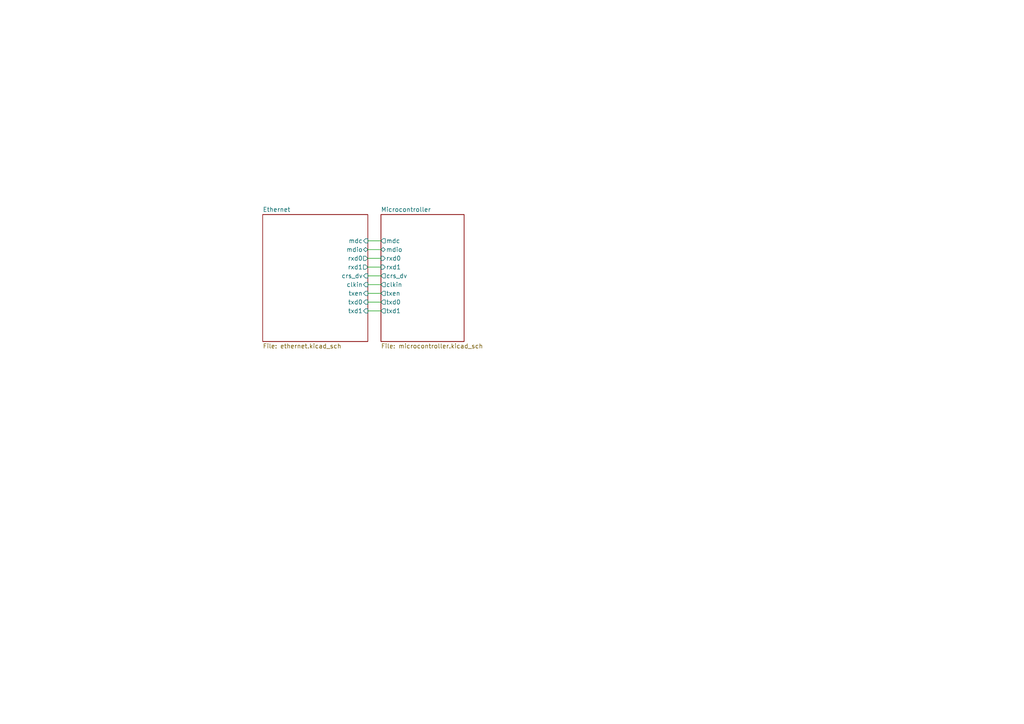
<source format=kicad_sch>
(kicad_sch
	(version 20231120)
	(generator "eeschema")
	(generator_version "8.0")
	(uuid "b2fb7ca8-b44b-45c2-b25e-cd50f2bbc5c4")
	(paper "A4")
	(lib_symbols)
	(wire
		(pts
			(xy 106.68 69.85) (xy 110.49 69.85)
		)
		(stroke
			(width 0)
			(type default)
		)
		(uuid "2b4a4145-2bc5-46ba-8044-c20302145ee5")
	)
	(wire
		(pts
			(xy 106.68 74.93) (xy 110.49 74.93)
		)
		(stroke
			(width 0)
			(type default)
		)
		(uuid "3077ee4b-0cbe-4ba6-b2cf-e5d5f1f4e06e")
	)
	(wire
		(pts
			(xy 106.68 77.47) (xy 110.49 77.47)
		)
		(stroke
			(width 0)
			(type default)
		)
		(uuid "364b0394-cc68-4b48-a4e8-acc3bac45ac6")
	)
	(wire
		(pts
			(xy 106.68 90.17) (xy 110.49 90.17)
		)
		(stroke
			(width 0)
			(type default)
		)
		(uuid "443d3ae0-d451-4d09-b20b-cdd6a63591f4")
	)
	(wire
		(pts
			(xy 106.68 80.01) (xy 110.49 80.01)
		)
		(stroke
			(width 0)
			(type default)
		)
		(uuid "5c951017-0b07-48d9-80f7-e605ce8d16dd")
	)
	(wire
		(pts
			(xy 106.68 87.63) (xy 110.49 87.63)
		)
		(stroke
			(width 0)
			(type default)
		)
		(uuid "6b2f2f8a-9b3d-4157-a5f9-dfc3a32080c9")
	)
	(wire
		(pts
			(xy 106.68 72.39) (xy 110.49 72.39)
		)
		(stroke
			(width 0)
			(type default)
		)
		(uuid "b5d65b74-821c-4954-b30f-f8c113ed5a46")
	)
	(wire
		(pts
			(xy 106.68 85.09) (xy 110.49 85.09)
		)
		(stroke
			(width 0)
			(type default)
		)
		(uuid "b866ce49-84e5-4b52-9348-ff853e56afbb")
	)
	(wire
		(pts
			(xy 106.68 82.55) (xy 110.49 82.55)
		)
		(stroke
			(width 0)
			(type default)
		)
		(uuid "cb780a85-6377-4dd7-8bf5-470e57529cb2")
	)
	(sheet
		(at 110.49 62.23)
		(size 24.13 36.83)
		(fields_autoplaced yes)
		(stroke
			(width 0.1524)
			(type solid)
		)
		(fill
			(color 0 0 0 0.0000)
		)
		(uuid "6b6c9333-359e-485e-9820-666d3b2f9ba5")
		(property "Sheetname" "Microcontroller"
			(at 110.49 61.5184 0)
			(effects
				(font
					(size 1.27 1.27)
				)
				(justify left bottom)
			)
		)
		(property "Sheetfile" "microcontroller.kicad_sch"
			(at 110.49 99.6446 0)
			(effects
				(font
					(size 1.27 1.27)
				)
				(justify left top)
			)
		)
		(pin "txd0" output
			(at 110.49 87.63 180)
			(effects
				(font
					(size 1.27 1.27)
				)
				(justify left)
			)
			(uuid "1c828b3e-6efd-452c-88ad-e1a0146fc916")
		)
		(pin "txen" output
			(at 110.49 85.09 180)
			(effects
				(font
					(size 1.27 1.27)
				)
				(justify left)
			)
			(uuid "594e345a-5a6f-4527-b228-be58314e83ef")
		)
		(pin "txd1" output
			(at 110.49 90.17 180)
			(effects
				(font
					(size 1.27 1.27)
				)
				(justify left)
			)
			(uuid "eacf8138-c4e6-4899-afb4-6927dcb6322d")
		)
		(pin "rxd0" input
			(at 110.49 74.93 180)
			(effects
				(font
					(size 1.27 1.27)
				)
				(justify left)
			)
			(uuid "e10acd76-a214-4279-8000-8ef892c72fce")
		)
		(pin "rxd1" input
			(at 110.49 77.47 180)
			(effects
				(font
					(size 1.27 1.27)
				)
				(justify left)
			)
			(uuid "266c99e2-4e06-48bd-b791-3a4fa16329c8")
		)
		(pin "mdio" bidirectional
			(at 110.49 72.39 180)
			(effects
				(font
					(size 1.27 1.27)
				)
				(justify left)
			)
			(uuid "897b0e36-e13b-4707-ad8e-bbd43dc5aeb0")
		)
		(pin "mdc" output
			(at 110.49 69.85 180)
			(effects
				(font
					(size 1.27 1.27)
				)
				(justify left)
			)
			(uuid "c0e50ea8-554a-4faf-b888-8621908defb9")
		)
		(pin "crs_dv" output
			(at 110.49 80.01 180)
			(effects
				(font
					(size 1.27 1.27)
				)
				(justify left)
			)
			(uuid "35e6af69-f8b5-4217-aba6-a16fdabf0692")
		)
		(pin "clkin" output
			(at 110.49 82.55 180)
			(effects
				(font
					(size 1.27 1.27)
				)
				(justify left)
			)
			(uuid "de2be7d2-cded-463a-93a2-b44be27b8e06")
		)
		(instances
			(project "Postmaster"
				(path "/b2fb7ca8-b44b-45c2-b25e-cd50f2bbc5c4"
					(page "3")
				)
			)
		)
	)
	(sheet
		(at 76.2 62.23)
		(size 30.48 36.83)
		(fields_autoplaced yes)
		(stroke
			(width 0.1524)
			(type solid)
		)
		(fill
			(color 0 0 0 0.0000)
		)
		(uuid "c4600c43-5b92-49d3-8115-df606fc80505")
		(property "Sheetname" "Ethernet"
			(at 76.2 61.5184 0)
			(effects
				(font
					(size 1.27 1.27)
				)
				(justify left bottom)
			)
		)
		(property "Sheetfile" "ethernet.kicad_sch"
			(at 76.2 99.6446 0)
			(effects
				(font
					(size 1.27 1.27)
				)
				(justify left top)
			)
		)
		(pin "mdc" input
			(at 106.68 69.85 0)
			(effects
				(font
					(size 1.27 1.27)
				)
				(justify right)
			)
			(uuid "d28ff1cf-fafc-4de0-9dab-75f6cbb79c23")
		)
		(pin "mdio" bidirectional
			(at 106.68 72.39 0)
			(effects
				(font
					(size 1.27 1.27)
				)
				(justify right)
			)
			(uuid "d887c23a-0345-4396-8e24-a32e30b6b6e6")
		)
		(pin "rxd0" output
			(at 106.68 74.93 0)
			(effects
				(font
					(size 1.27 1.27)
				)
				(justify right)
			)
			(uuid "28926d7b-d0f9-4cb8-8457-bdfb6b734924")
		)
		(pin "rxd1" output
			(at 106.68 77.47 0)
			(effects
				(font
					(size 1.27 1.27)
				)
				(justify right)
			)
			(uuid "510bc4df-fd4e-41ce-902c-9161a0a82e94")
		)
		(pin "crs_dv" input
			(at 106.68 80.01 0)
			(effects
				(font
					(size 1.27 1.27)
				)
				(justify right)
			)
			(uuid "be07ed7c-7a53-4cb7-a69d-4ea3d6a8bdfd")
		)
		(pin "clkin" input
			(at 106.68 82.55 0)
			(effects
				(font
					(size 1.27 1.27)
				)
				(justify right)
			)
			(uuid "ce31da8b-1ea8-4e61-8e74-bd0c1fffc5a4")
		)
		(pin "txen" input
			(at 106.68 85.09 0)
			(effects
				(font
					(size 1.27 1.27)
				)
				(justify right)
			)
			(uuid "dcf1a1d7-3a81-4434-8a02-e0b1726fe4f1")
		)
		(pin "txd0" input
			(at 106.68 87.63 0)
			(effects
				(font
					(size 1.27 1.27)
				)
				(justify right)
			)
			(uuid "27feafc8-f446-478c-8f5a-a13865556c6c")
		)
		(pin "txd1" input
			(at 106.68 90.17 0)
			(effects
				(font
					(size 1.27 1.27)
				)
				(justify right)
			)
			(uuid "efbc9a5d-323c-483d-8bfa-ccfcd468bcd6")
		)
		(instances
			(project "Postmaster"
				(path "/b2fb7ca8-b44b-45c2-b25e-cd50f2bbc5c4"
					(page "2")
				)
			)
		)
	)
	(sheet_instances
		(path "/"
			(page "1")
		)
	)
)

</source>
